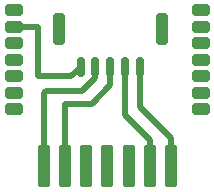
<source format=gbr>
%TF.GenerationSoftware,KiCad,Pcbnew,9.0.5*%
%TF.CreationDate,2025-11-15T13:23:46-05:00*%
%TF.ProjectId,LearningTest2,4c656172-6e69-46e6-9754-657374322e6b,rev?*%
%TF.SameCoordinates,Original*%
%TF.FileFunction,Copper,L1,Top*%
%TF.FilePolarity,Positive*%
%FSLAX46Y46*%
G04 Gerber Fmt 4.6, Leading zero omitted, Abs format (unit mm)*
G04 Created by KiCad (PCBNEW 9.0.5) date 2025-11-15 13:23:46*
%MOMM*%
%LPD*%
G01*
G04 APERTURE LIST*
G04 Aperture macros list*
%AMRoundRect*
0 Rectangle with rounded corners*
0 $1 Rounding radius*
0 $2 $3 $4 $5 $6 $7 $8 $9 X,Y pos of 4 corners*
0 Add a 4 corners polygon primitive as box body*
4,1,4,$2,$3,$4,$5,$6,$7,$8,$9,$2,$3,0*
0 Add four circle primitives for the rounded corners*
1,1,$1+$1,$2,$3*
1,1,$1+$1,$4,$5*
1,1,$1+$1,$6,$7*
1,1,$1+$1,$8,$9*
0 Add four rect primitives between the rounded corners*
20,1,$1+$1,$2,$3,$4,$5,0*
20,1,$1+$1,$4,$5,$6,$7,0*
20,1,$1+$1,$6,$7,$8,$9,0*
20,1,$1+$1,$8,$9,$2,$3,0*%
G04 Aperture macros list end*
%TA.AperFunction,SMDPad,CuDef*%
%ADD10RoundRect,0.150000X0.150000X0.700000X-0.150000X0.700000X-0.150000X-0.700000X0.150000X-0.700000X0*%
%TD*%
%TA.AperFunction,SMDPad,CuDef*%
%ADD11RoundRect,0.250000X0.250000X1.100000X-0.250000X1.100000X-0.250000X-1.100000X0.250000X-1.100000X0*%
%TD*%
%TA.AperFunction,CastellatedPad*%
%ADD12RoundRect,0.150000X-0.600000X-0.350000X0.600000X-0.350000X0.600000X0.350000X-0.600000X0.350000X0*%
%TD*%
%TA.AperFunction,CastellatedPad*%
%ADD13RoundRect,0.150000X-0.350000X1.650000X-0.350000X-1.650000X0.350000X-1.650000X0.350000X1.650000X0*%
%TD*%
%TA.AperFunction,Conductor*%
%ADD14C,0.500000*%
%TD*%
G04 APERTURE END LIST*
D10*
%TO.P,J2,1,Pin_1*%
%TO.N,Net-(J2-Pin_1)*%
X110850000Y-110450000D03*
%TO.P,J2,2,Pin_2*%
%TO.N,Net-(J2-Pin_2)*%
X109600000Y-110450000D03*
%TO.P,J2,3,Pin_3*%
%TO.N,Net-(J2-Pin_3)*%
X108350000Y-110450000D03*
%TO.P,J2,4,Pin_4*%
%TO.N,Net-(J2-Pin_4)*%
X107100000Y-110450000D03*
%TO.P,J2,5,Pin_5*%
%TO.N,Net-(J2-Pin_5)*%
X105850000Y-110450000D03*
D11*
%TO.P,J2,MP,MountPin*%
%TO.N,unconnected-(J2-MountPin-PadMP)*%
X112700000Y-107250000D03*
%TO.N,unconnected-(J2-MountPin-PadMP)_1*%
X104000000Y-107250000D03*
%TD*%
D12*
%TO.P,U1,1,P14/SPI_SCK*%
%TO.N,unconnected-(U1-P14{slash}SPI_SCK-Pad1)*%
X100200000Y-105650000D03*
%TO.P,U1,2,P16/SPI_MOSI*%
%TO.N,Net-(J2-Pin_5)*%
X100200000Y-107050000D03*
%TO.P,U1,3,P20*%
%TO.N,unconnected-(U1-P20-Pad3)*%
X100200000Y-108450000D03*
%TO.P,U1,4,P22*%
%TO.N,unconnected-(U1-P22-Pad4)*%
X100200000Y-109850000D03*
%TO.P,U1,5,ADC*%
%TO.N,unconnected-(U1-ADC-Pad5)*%
X100200000Y-111250000D03*
%TO.P,U1,6,RX2*%
%TO.N,unconnected-(U1-RX2-Pad6)*%
X100200000Y-112650000D03*
%TO.P,U1,7,TX2*%
%TO.N,unconnected-(U1-TX2-Pad7)*%
X100200000Y-114050000D03*
D13*
%TO.P,U1,8,P8*%
%TO.N,Net-(J2-Pin_4)*%
X102700000Y-118850000D03*
%TO.P,U1,9,P7*%
%TO.N,Net-(J2-Pin_3)*%
X104500000Y-118850000D03*
%TO.P,U1,10,P6*%
%TO.N,unconnected-(U1-P6-Pad10)*%
X106300000Y-118850000D03*
%TO.P,U1,11,P26*%
%TO.N,unconnected-(U1-P26-Pad11)*%
X108100000Y-118850000D03*
%TO.P,U1,12,P24*%
%TO.N,unconnected-(U1-P24-Pad12)*%
X109900000Y-118850000D03*
%TO.P,U1,13,GND*%
%TO.N,Net-(J2-Pin_2)*%
X111700000Y-118850000D03*
%TO.P,U1,14,3V3*%
%TO.N,Net-(J2-Pin_1)*%
X113500000Y-118850000D03*
D12*
%TO.P,U1,15,TX1*%
%TO.N,unconnected-(U1-TX1-Pad15)*%
X116000000Y-114050000D03*
%TO.P,U1,16,RX1*%
%TO.N,unconnected-(U1-RX1-Pad16)*%
X116000000Y-112650000D03*
%TO.P,U1,17,P28*%
%TO.N,unconnected-(U1-P28-Pad17)*%
X116000000Y-111250000D03*
%TO.P,U1,18,~{CEN}*%
%TO.N,unconnected-(U1-~{CEN}-Pad18)*%
X116000000Y-109850000D03*
%TO.P,U1,19,P9*%
%TO.N,unconnected-(U1-P9-Pad19)*%
X116000000Y-108450000D03*
%TO.P,U1,20,P17/SPI_MISO*%
%TO.N,unconnected-(U1-P17{slash}SPI_MISO-Pad20)*%
X116000000Y-107050000D03*
%TO.P,U1,21,P15/SPI_CS*%
%TO.N,unconnected-(U1-P15{slash}SPI_CS-Pad21)*%
X116000000Y-105650000D03*
%TD*%
D14*
%TO.N,Net-(J2-Pin_1)*%
X113500000Y-116450000D02*
X110850000Y-113800000D01*
X113500000Y-119850000D02*
X113500000Y-116450000D01*
X110850000Y-113800000D02*
X110850000Y-110450000D01*
%TO.N,Net-(J2-Pin_5)*%
X102200000Y-111250000D02*
X105050000Y-111250000D01*
X100200000Y-107050000D02*
X102200000Y-107050000D01*
X105050000Y-111250000D02*
X105850000Y-110450000D01*
X102200000Y-107050000D02*
X102200000Y-111250000D01*
%TO.N,Net-(J2-Pin_4)*%
X102700000Y-112650000D02*
X102900000Y-112450000D01*
X102700000Y-119850000D02*
X102700000Y-112650000D01*
X107100000Y-111350000D02*
X107100000Y-110450000D01*
X106000000Y-112450000D02*
X107100000Y-111350000D01*
X102900000Y-112450000D02*
X106000000Y-112450000D01*
%TO.N,Net-(J2-Pin_3)*%
X104500000Y-113550000D02*
X106800000Y-113550000D01*
X104500000Y-119850000D02*
X104500000Y-113550000D01*
X108350000Y-112000000D02*
X108350000Y-110450000D01*
X106800000Y-113550000D02*
X108350000Y-112000000D01*
%TO.N,Net-(J2-Pin_2)*%
X111700000Y-119850000D02*
X111700000Y-116650000D01*
X111700000Y-116650000D02*
X109600000Y-114550000D01*
X109600000Y-114550000D02*
X109600000Y-110450000D01*
%TD*%
M02*

</source>
